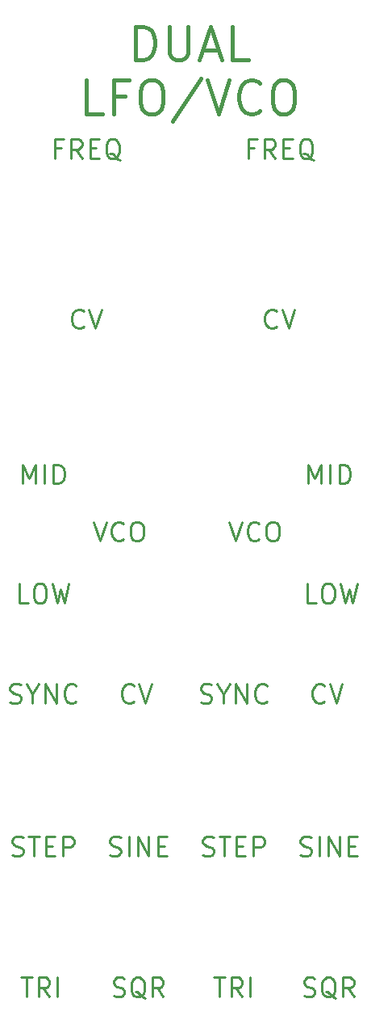
<source format=gbr>
G04 #@! TF.GenerationSoftware,KiCad,Pcbnew,(5.1.5-0)*
G04 #@! TF.CreationDate,2021-01-11T19:00:08-08:00*
G04 #@! TF.ProjectId,duallfovco,6475616c-6c66-46f7-9663-6f2e6b696361,rev?*
G04 #@! TF.SameCoordinates,Original*
G04 #@! TF.FileFunction,Legend,Top*
G04 #@! TF.FilePolarity,Positive*
%FSLAX46Y46*%
G04 Gerber Fmt 4.6, Leading zero omitted, Abs format (unit mm)*
G04 Created by KiCad (PCBNEW (5.1.5-0)) date 2021-01-11 19:00:08*
%MOMM*%
%LPD*%
G04 APERTURE LIST*
%ADD10C,0.250000*%
%ADD11C,0.400000*%
G04 APERTURE END LIST*
D10*
X32380952Y-102809523D02*
X32666666Y-102904761D01*
X33142857Y-102904761D01*
X33333333Y-102809523D01*
X33428571Y-102714285D01*
X33523809Y-102523809D01*
X33523809Y-102333333D01*
X33428571Y-102142857D01*
X33333333Y-102047619D01*
X33142857Y-101952380D01*
X32761904Y-101857142D01*
X32571428Y-101761904D01*
X32476190Y-101666666D01*
X32380952Y-101476190D01*
X32380952Y-101285714D01*
X32476190Y-101095238D01*
X32571428Y-101000000D01*
X32761904Y-100904761D01*
X33238095Y-100904761D01*
X33523809Y-101000000D01*
X35714285Y-103095238D02*
X35523809Y-103000000D01*
X35333333Y-102809523D01*
X35047619Y-102523809D01*
X34857142Y-102428571D01*
X34666666Y-102428571D01*
X34761904Y-102904761D02*
X34571428Y-102809523D01*
X34380952Y-102619047D01*
X34285714Y-102238095D01*
X34285714Y-101571428D01*
X34380952Y-101190476D01*
X34571428Y-101000000D01*
X34761904Y-100904761D01*
X35142857Y-100904761D01*
X35333333Y-101000000D01*
X35523809Y-101190476D01*
X35619047Y-101571428D01*
X35619047Y-102238095D01*
X35523809Y-102619047D01*
X35333333Y-102809523D01*
X35142857Y-102904761D01*
X34761904Y-102904761D01*
X37619047Y-102904761D02*
X36952380Y-101952380D01*
X36476190Y-102904761D02*
X36476190Y-100904761D01*
X37238095Y-100904761D01*
X37428571Y-101000000D01*
X37523809Y-101095238D01*
X37619047Y-101285714D01*
X37619047Y-101571428D01*
X37523809Y-101761904D01*
X37428571Y-101857142D01*
X37238095Y-101952380D01*
X36476190Y-101952380D01*
X12380952Y-102809523D02*
X12666666Y-102904761D01*
X13142857Y-102904761D01*
X13333333Y-102809523D01*
X13428571Y-102714285D01*
X13523809Y-102523809D01*
X13523809Y-102333333D01*
X13428571Y-102142857D01*
X13333333Y-102047619D01*
X13142857Y-101952380D01*
X12761904Y-101857142D01*
X12571428Y-101761904D01*
X12476190Y-101666666D01*
X12380952Y-101476190D01*
X12380952Y-101285714D01*
X12476190Y-101095238D01*
X12571428Y-101000000D01*
X12761904Y-100904761D01*
X13238095Y-100904761D01*
X13523809Y-101000000D01*
X15714285Y-103095238D02*
X15523809Y-103000000D01*
X15333333Y-102809523D01*
X15047619Y-102523809D01*
X14857142Y-102428571D01*
X14666666Y-102428571D01*
X14761904Y-102904761D02*
X14571428Y-102809523D01*
X14380952Y-102619047D01*
X14285714Y-102238095D01*
X14285714Y-101571428D01*
X14380952Y-101190476D01*
X14571428Y-101000000D01*
X14761904Y-100904761D01*
X15142857Y-100904761D01*
X15333333Y-101000000D01*
X15523809Y-101190476D01*
X15619047Y-101571428D01*
X15619047Y-102238095D01*
X15523809Y-102619047D01*
X15333333Y-102809523D01*
X15142857Y-102904761D01*
X14761904Y-102904761D01*
X17619047Y-102904761D02*
X16952380Y-101952380D01*
X16476190Y-102904761D02*
X16476190Y-100904761D01*
X17238095Y-100904761D01*
X17428571Y-101000000D01*
X17523809Y-101095238D01*
X17619047Y-101285714D01*
X17619047Y-101571428D01*
X17523809Y-101761904D01*
X17428571Y-101857142D01*
X17238095Y-101952380D01*
X16476190Y-101952380D01*
X22952380Y-100904761D02*
X24095238Y-100904761D01*
X23523809Y-102904761D02*
X23523809Y-100904761D01*
X25904761Y-102904761D02*
X25238095Y-101952380D01*
X24761904Y-102904761D02*
X24761904Y-100904761D01*
X25523809Y-100904761D01*
X25714285Y-101000000D01*
X25809523Y-101095238D01*
X25904761Y-101285714D01*
X25904761Y-101571428D01*
X25809523Y-101761904D01*
X25714285Y-101857142D01*
X25523809Y-101952380D01*
X24761904Y-101952380D01*
X26761904Y-102904761D02*
X26761904Y-100904761D01*
X2702380Y-100904761D02*
X3845238Y-100904761D01*
X3273809Y-102904761D02*
X3273809Y-100904761D01*
X5654761Y-102904761D02*
X4988095Y-101952380D01*
X4511904Y-102904761D02*
X4511904Y-100904761D01*
X5273809Y-100904761D01*
X5464285Y-101000000D01*
X5559523Y-101095238D01*
X5654761Y-101285714D01*
X5654761Y-101571428D01*
X5559523Y-101761904D01*
X5464285Y-101857142D01*
X5273809Y-101952380D01*
X4511904Y-101952380D01*
X6511904Y-102904761D02*
X6511904Y-100904761D01*
X12000000Y-88059523D02*
X12285714Y-88154761D01*
X12761904Y-88154761D01*
X12952380Y-88059523D01*
X13047619Y-87964285D01*
X13142857Y-87773809D01*
X13142857Y-87583333D01*
X13047619Y-87392857D01*
X12952380Y-87297619D01*
X12761904Y-87202380D01*
X12380952Y-87107142D01*
X12190476Y-87011904D01*
X12095238Y-86916666D01*
X12000000Y-86726190D01*
X12000000Y-86535714D01*
X12095238Y-86345238D01*
X12190476Y-86250000D01*
X12380952Y-86154761D01*
X12857142Y-86154761D01*
X13142857Y-86250000D01*
X14000000Y-88154761D02*
X14000000Y-86154761D01*
X14952380Y-88154761D02*
X14952380Y-86154761D01*
X16095238Y-88154761D01*
X16095238Y-86154761D01*
X17047619Y-87107142D02*
X17714285Y-87107142D01*
X18000000Y-88154761D02*
X17047619Y-88154761D01*
X17047619Y-86154761D01*
X18000000Y-86154761D01*
X32000000Y-88059523D02*
X32285714Y-88154761D01*
X32761904Y-88154761D01*
X32952380Y-88059523D01*
X33047619Y-87964285D01*
X33142857Y-87773809D01*
X33142857Y-87583333D01*
X33047619Y-87392857D01*
X32952380Y-87297619D01*
X32761904Y-87202380D01*
X32380952Y-87107142D01*
X32190476Y-87011904D01*
X32095238Y-86916666D01*
X32000000Y-86726190D01*
X32000000Y-86535714D01*
X32095238Y-86345238D01*
X32190476Y-86250000D01*
X32380952Y-86154761D01*
X32857142Y-86154761D01*
X33142857Y-86250000D01*
X34000000Y-88154761D02*
X34000000Y-86154761D01*
X34952380Y-88154761D02*
X34952380Y-86154761D01*
X36095238Y-88154761D01*
X36095238Y-86154761D01*
X37047619Y-87107142D02*
X37714285Y-87107142D01*
X38000000Y-88154761D02*
X37047619Y-88154761D01*
X37047619Y-86154761D01*
X38000000Y-86154761D01*
X21761904Y-88059523D02*
X22047619Y-88154761D01*
X22523809Y-88154761D01*
X22714285Y-88059523D01*
X22809523Y-87964285D01*
X22904761Y-87773809D01*
X22904761Y-87583333D01*
X22809523Y-87392857D01*
X22714285Y-87297619D01*
X22523809Y-87202380D01*
X22142857Y-87107142D01*
X21952380Y-87011904D01*
X21857142Y-86916666D01*
X21761904Y-86726190D01*
X21761904Y-86535714D01*
X21857142Y-86345238D01*
X21952380Y-86250000D01*
X22142857Y-86154761D01*
X22619047Y-86154761D01*
X22904761Y-86250000D01*
X23476190Y-86154761D02*
X24619047Y-86154761D01*
X24047619Y-88154761D02*
X24047619Y-86154761D01*
X25285714Y-87107142D02*
X25952380Y-87107142D01*
X26238095Y-88154761D02*
X25285714Y-88154761D01*
X25285714Y-86154761D01*
X26238095Y-86154761D01*
X27095238Y-88154761D02*
X27095238Y-86154761D01*
X27857142Y-86154761D01*
X28047619Y-86250000D01*
X28142857Y-86345238D01*
X28238095Y-86535714D01*
X28238095Y-86821428D01*
X28142857Y-87011904D01*
X28047619Y-87107142D01*
X27857142Y-87202380D01*
X27095238Y-87202380D01*
X1761904Y-88059523D02*
X2047619Y-88154761D01*
X2523809Y-88154761D01*
X2714285Y-88059523D01*
X2809523Y-87964285D01*
X2904761Y-87773809D01*
X2904761Y-87583333D01*
X2809523Y-87392857D01*
X2714285Y-87297619D01*
X2523809Y-87202380D01*
X2142857Y-87107142D01*
X1952380Y-87011904D01*
X1857142Y-86916666D01*
X1761904Y-86726190D01*
X1761904Y-86535714D01*
X1857142Y-86345238D01*
X1952380Y-86250000D01*
X2142857Y-86154761D01*
X2619047Y-86154761D01*
X2904761Y-86250000D01*
X3476190Y-86154761D02*
X4619047Y-86154761D01*
X4047619Y-88154761D02*
X4047619Y-86154761D01*
X5285714Y-87107142D02*
X5952380Y-87107142D01*
X6238095Y-88154761D02*
X5285714Y-88154761D01*
X5285714Y-86154761D01*
X6238095Y-86154761D01*
X7095238Y-88154761D02*
X7095238Y-86154761D01*
X7857142Y-86154761D01*
X8047619Y-86250000D01*
X8142857Y-86345238D01*
X8238095Y-86535714D01*
X8238095Y-86821428D01*
X8142857Y-87011904D01*
X8047619Y-87107142D01*
X7857142Y-87202380D01*
X7095238Y-87202380D01*
X1523809Y-72059523D02*
X1809523Y-72154761D01*
X2285714Y-72154761D01*
X2476190Y-72059523D01*
X2571428Y-71964285D01*
X2666666Y-71773809D01*
X2666666Y-71583333D01*
X2571428Y-71392857D01*
X2476190Y-71297619D01*
X2285714Y-71202380D01*
X1904761Y-71107142D01*
X1714285Y-71011904D01*
X1619047Y-70916666D01*
X1523809Y-70726190D01*
X1523809Y-70535714D01*
X1619047Y-70345238D01*
X1714285Y-70250000D01*
X1904761Y-70154761D01*
X2380952Y-70154761D01*
X2666666Y-70250000D01*
X3904761Y-71202380D02*
X3904761Y-72154761D01*
X3238095Y-70154761D02*
X3904761Y-71202380D01*
X4571428Y-70154761D01*
X5238095Y-72154761D02*
X5238095Y-70154761D01*
X6380952Y-72154761D01*
X6380952Y-70154761D01*
X8476190Y-71964285D02*
X8380952Y-72059523D01*
X8095238Y-72154761D01*
X7904761Y-72154761D01*
X7619047Y-72059523D01*
X7428571Y-71869047D01*
X7333333Y-71678571D01*
X7238095Y-71297619D01*
X7238095Y-71011904D01*
X7333333Y-70630952D01*
X7428571Y-70440476D01*
X7619047Y-70250000D01*
X7904761Y-70154761D01*
X8095238Y-70154761D01*
X8380952Y-70250000D01*
X8476190Y-70345238D01*
X21523809Y-72059523D02*
X21809523Y-72154761D01*
X22285714Y-72154761D01*
X22476190Y-72059523D01*
X22571428Y-71964285D01*
X22666666Y-71773809D01*
X22666666Y-71583333D01*
X22571428Y-71392857D01*
X22476190Y-71297619D01*
X22285714Y-71202380D01*
X21904761Y-71107142D01*
X21714285Y-71011904D01*
X21619047Y-70916666D01*
X21523809Y-70726190D01*
X21523809Y-70535714D01*
X21619047Y-70345238D01*
X21714285Y-70250000D01*
X21904761Y-70154761D01*
X22380952Y-70154761D01*
X22666666Y-70250000D01*
X23904761Y-71202380D02*
X23904761Y-72154761D01*
X23238095Y-70154761D02*
X23904761Y-71202380D01*
X24571428Y-70154761D01*
X25238095Y-72154761D02*
X25238095Y-70154761D01*
X26380952Y-72154761D01*
X26380952Y-70154761D01*
X28476190Y-71964285D02*
X28380952Y-72059523D01*
X28095238Y-72154761D01*
X27904761Y-72154761D01*
X27619047Y-72059523D01*
X27428571Y-71869047D01*
X27333333Y-71678571D01*
X27238095Y-71297619D01*
X27238095Y-71011904D01*
X27333333Y-70630952D01*
X27428571Y-70440476D01*
X27619047Y-70250000D01*
X27904761Y-70154761D01*
X28095238Y-70154761D01*
X28380952Y-70250000D01*
X28476190Y-70345238D01*
X24535714Y-53154761D02*
X25202380Y-55154761D01*
X25869047Y-53154761D01*
X27678571Y-54964285D02*
X27583333Y-55059523D01*
X27297619Y-55154761D01*
X27107142Y-55154761D01*
X26821428Y-55059523D01*
X26630952Y-54869047D01*
X26535714Y-54678571D01*
X26440476Y-54297619D01*
X26440476Y-54011904D01*
X26535714Y-53630952D01*
X26630952Y-53440476D01*
X26821428Y-53250000D01*
X27107142Y-53154761D01*
X27297619Y-53154761D01*
X27583333Y-53250000D01*
X27678571Y-53345238D01*
X28916666Y-53154761D02*
X29297619Y-53154761D01*
X29488095Y-53250000D01*
X29678571Y-53440476D01*
X29773809Y-53821428D01*
X29773809Y-54488095D01*
X29678571Y-54869047D01*
X29488095Y-55059523D01*
X29297619Y-55154761D01*
X28916666Y-55154761D01*
X28726190Y-55059523D01*
X28535714Y-54869047D01*
X28440476Y-54488095D01*
X28440476Y-53821428D01*
X28535714Y-53440476D01*
X28726190Y-53250000D01*
X28916666Y-53154761D01*
X10285714Y-53154761D02*
X10952380Y-55154761D01*
X11619047Y-53154761D01*
X13428571Y-54964285D02*
X13333333Y-55059523D01*
X13047619Y-55154761D01*
X12857142Y-55154761D01*
X12571428Y-55059523D01*
X12380952Y-54869047D01*
X12285714Y-54678571D01*
X12190476Y-54297619D01*
X12190476Y-54011904D01*
X12285714Y-53630952D01*
X12380952Y-53440476D01*
X12571428Y-53250000D01*
X12857142Y-53154761D01*
X13047619Y-53154761D01*
X13333333Y-53250000D01*
X13428571Y-53345238D01*
X14666666Y-53154761D02*
X15047619Y-53154761D01*
X15238095Y-53250000D01*
X15428571Y-53440476D01*
X15523809Y-53821428D01*
X15523809Y-54488095D01*
X15428571Y-54869047D01*
X15238095Y-55059523D01*
X15047619Y-55154761D01*
X14666666Y-55154761D01*
X14476190Y-55059523D01*
X14285714Y-54869047D01*
X14190476Y-54488095D01*
X14190476Y-53821428D01*
X14285714Y-53440476D01*
X14476190Y-53250000D01*
X14666666Y-53154761D01*
X3428571Y-61654761D02*
X2476190Y-61654761D01*
X2476190Y-59654761D01*
X4476190Y-59654761D02*
X4857142Y-59654761D01*
X5047619Y-59750000D01*
X5238095Y-59940476D01*
X5333333Y-60321428D01*
X5333333Y-60988095D01*
X5238095Y-61369047D01*
X5047619Y-61559523D01*
X4857142Y-61654761D01*
X4476190Y-61654761D01*
X4285714Y-61559523D01*
X4095238Y-61369047D01*
X4000000Y-60988095D01*
X4000000Y-60321428D01*
X4095238Y-59940476D01*
X4285714Y-59750000D01*
X4476190Y-59654761D01*
X6000000Y-59654761D02*
X6476190Y-61654761D01*
X6857142Y-60226190D01*
X7238095Y-61654761D01*
X7714285Y-59654761D01*
X33678571Y-61654761D02*
X32726190Y-61654761D01*
X32726190Y-59654761D01*
X34726190Y-59654761D02*
X35107142Y-59654761D01*
X35297619Y-59750000D01*
X35488095Y-59940476D01*
X35583333Y-60321428D01*
X35583333Y-60988095D01*
X35488095Y-61369047D01*
X35297619Y-61559523D01*
X35107142Y-61654761D01*
X34726190Y-61654761D01*
X34535714Y-61559523D01*
X34345238Y-61369047D01*
X34250000Y-60988095D01*
X34250000Y-60321428D01*
X34345238Y-59940476D01*
X34535714Y-59750000D01*
X34726190Y-59654761D01*
X36250000Y-59654761D02*
X36726190Y-61654761D01*
X37107142Y-60226190D01*
X37488095Y-61654761D01*
X37964285Y-59654761D01*
X34511904Y-71964285D02*
X34416666Y-72059523D01*
X34130952Y-72154761D01*
X33940476Y-72154761D01*
X33654761Y-72059523D01*
X33464285Y-71869047D01*
X33369047Y-71678571D01*
X33273809Y-71297619D01*
X33273809Y-71011904D01*
X33369047Y-70630952D01*
X33464285Y-70440476D01*
X33654761Y-70250000D01*
X33940476Y-70154761D01*
X34130952Y-70154761D01*
X34416666Y-70250000D01*
X34511904Y-70345238D01*
X35083333Y-70154761D02*
X35750000Y-72154761D01*
X36416666Y-70154761D01*
X14511904Y-71964285D02*
X14416666Y-72059523D01*
X14130952Y-72154761D01*
X13940476Y-72154761D01*
X13654761Y-72059523D01*
X13464285Y-71869047D01*
X13369047Y-71678571D01*
X13273809Y-71297619D01*
X13273809Y-71011904D01*
X13369047Y-70630952D01*
X13464285Y-70440476D01*
X13654761Y-70250000D01*
X13940476Y-70154761D01*
X14130952Y-70154761D01*
X14416666Y-70250000D01*
X14511904Y-70345238D01*
X15083333Y-70154761D02*
X15750000Y-72154761D01*
X16416666Y-70154761D01*
X2857142Y-49154761D02*
X2857142Y-47154761D01*
X3523809Y-48583333D01*
X4190476Y-47154761D01*
X4190476Y-49154761D01*
X5142857Y-49154761D02*
X5142857Y-47154761D01*
X6095238Y-49154761D02*
X6095238Y-47154761D01*
X6571428Y-47154761D01*
X6857142Y-47250000D01*
X7047619Y-47440476D01*
X7142857Y-47630952D01*
X7238095Y-48011904D01*
X7238095Y-48297619D01*
X7142857Y-48678571D01*
X7047619Y-48869047D01*
X6857142Y-49059523D01*
X6571428Y-49154761D01*
X6095238Y-49154761D01*
X32857142Y-49154761D02*
X32857142Y-47154761D01*
X33523809Y-48583333D01*
X34190476Y-47154761D01*
X34190476Y-49154761D01*
X35142857Y-49154761D02*
X35142857Y-47154761D01*
X36095238Y-49154761D02*
X36095238Y-47154761D01*
X36571428Y-47154761D01*
X36857142Y-47250000D01*
X37047619Y-47440476D01*
X37142857Y-47630952D01*
X37238095Y-48011904D01*
X37238095Y-48297619D01*
X37142857Y-48678571D01*
X37047619Y-48869047D01*
X36857142Y-49059523D01*
X36571428Y-49154761D01*
X36095238Y-49154761D01*
X29511904Y-32714285D02*
X29416666Y-32809523D01*
X29130952Y-32904761D01*
X28940476Y-32904761D01*
X28654761Y-32809523D01*
X28464285Y-32619047D01*
X28369047Y-32428571D01*
X28273809Y-32047619D01*
X28273809Y-31761904D01*
X28369047Y-31380952D01*
X28464285Y-31190476D01*
X28654761Y-31000000D01*
X28940476Y-30904761D01*
X29130952Y-30904761D01*
X29416666Y-31000000D01*
X29511904Y-31095238D01*
X30083333Y-30904761D02*
X30750000Y-32904761D01*
X31416666Y-30904761D01*
X27183333Y-14032142D02*
X26516666Y-14032142D01*
X26516666Y-15079761D02*
X26516666Y-13079761D01*
X27469047Y-13079761D01*
X29373809Y-15079761D02*
X28707142Y-14127380D01*
X28230952Y-15079761D02*
X28230952Y-13079761D01*
X28992857Y-13079761D01*
X29183333Y-13175000D01*
X29278571Y-13270238D01*
X29373809Y-13460714D01*
X29373809Y-13746428D01*
X29278571Y-13936904D01*
X29183333Y-14032142D01*
X28992857Y-14127380D01*
X28230952Y-14127380D01*
X30230952Y-14032142D02*
X30897619Y-14032142D01*
X31183333Y-15079761D02*
X30230952Y-15079761D01*
X30230952Y-13079761D01*
X31183333Y-13079761D01*
X33373809Y-15270238D02*
X33183333Y-15175000D01*
X32992857Y-14984523D01*
X32707142Y-14698809D01*
X32516666Y-14603571D01*
X32326190Y-14603571D01*
X32421428Y-15079761D02*
X32230952Y-14984523D01*
X32040476Y-14794047D01*
X31945238Y-14413095D01*
X31945238Y-13746428D01*
X32040476Y-13365476D01*
X32230952Y-13175000D01*
X32421428Y-13079761D01*
X32802380Y-13079761D01*
X32992857Y-13175000D01*
X33183333Y-13365476D01*
X33278571Y-13746428D01*
X33278571Y-14413095D01*
X33183333Y-14794047D01*
X32992857Y-14984523D01*
X32802380Y-15079761D01*
X32421428Y-15079761D01*
X6883333Y-14032142D02*
X6216666Y-14032142D01*
X6216666Y-15079761D02*
X6216666Y-13079761D01*
X7169047Y-13079761D01*
X9073809Y-15079761D02*
X8407142Y-14127380D01*
X7930952Y-15079761D02*
X7930952Y-13079761D01*
X8692857Y-13079761D01*
X8883333Y-13175000D01*
X8978571Y-13270238D01*
X9073809Y-13460714D01*
X9073809Y-13746428D01*
X8978571Y-13936904D01*
X8883333Y-14032142D01*
X8692857Y-14127380D01*
X7930952Y-14127380D01*
X9930952Y-14032142D02*
X10597619Y-14032142D01*
X10883333Y-15079761D02*
X9930952Y-15079761D01*
X9930952Y-13079761D01*
X10883333Y-13079761D01*
X13073809Y-15270238D02*
X12883333Y-15175000D01*
X12692857Y-14984523D01*
X12407142Y-14698809D01*
X12216666Y-14603571D01*
X12026190Y-14603571D01*
X12121428Y-15079761D02*
X11930952Y-14984523D01*
X11740476Y-14794047D01*
X11645238Y-14413095D01*
X11645238Y-13746428D01*
X11740476Y-13365476D01*
X11930952Y-13175000D01*
X12121428Y-13079761D01*
X12502380Y-13079761D01*
X12692857Y-13175000D01*
X12883333Y-13365476D01*
X12978571Y-13746428D01*
X12978571Y-14413095D01*
X12883333Y-14794047D01*
X12692857Y-14984523D01*
X12502380Y-15079761D01*
X12121428Y-15079761D01*
D11*
X14733333Y-4758333D02*
X14733333Y-1258333D01*
X15566666Y-1258333D01*
X16066666Y-1425000D01*
X16400000Y-1758333D01*
X16566666Y-2091666D01*
X16733333Y-2758333D01*
X16733333Y-3258333D01*
X16566666Y-3925000D01*
X16400000Y-4258333D01*
X16066666Y-4591666D01*
X15566666Y-4758333D01*
X14733333Y-4758333D01*
X18233333Y-1258333D02*
X18233333Y-4091666D01*
X18400000Y-4425000D01*
X18566666Y-4591666D01*
X18900000Y-4758333D01*
X19566666Y-4758333D01*
X19900000Y-4591666D01*
X20066666Y-4425000D01*
X20233333Y-4091666D01*
X20233333Y-1258333D01*
X21733333Y-3758333D02*
X23400000Y-3758333D01*
X21400000Y-4758333D02*
X22566666Y-1258333D01*
X23733333Y-4758333D01*
X26566666Y-4758333D02*
X24900000Y-4758333D01*
X24900000Y-1258333D01*
X11233333Y-10408333D02*
X9566666Y-10408333D01*
X9566666Y-6908333D01*
X13566666Y-8575000D02*
X12400000Y-8575000D01*
X12400000Y-10408333D02*
X12400000Y-6908333D01*
X14066666Y-6908333D01*
X16066666Y-6908333D02*
X16733333Y-6908333D01*
X17066666Y-7075000D01*
X17400000Y-7408333D01*
X17566666Y-8075000D01*
X17566666Y-9241666D01*
X17400000Y-9908333D01*
X17066666Y-10241666D01*
X16733333Y-10408333D01*
X16066666Y-10408333D01*
X15733333Y-10241666D01*
X15400000Y-9908333D01*
X15233333Y-9241666D01*
X15233333Y-8075000D01*
X15400000Y-7408333D01*
X15733333Y-7075000D01*
X16066666Y-6908333D01*
X21566666Y-6741666D02*
X18566666Y-11241666D01*
X22233333Y-6908333D02*
X23400000Y-10408333D01*
X24566666Y-6908333D01*
X27733333Y-10075000D02*
X27566666Y-10241666D01*
X27066666Y-10408333D01*
X26733333Y-10408333D01*
X26233333Y-10241666D01*
X25900000Y-9908333D01*
X25733333Y-9575000D01*
X25566666Y-8908333D01*
X25566666Y-8408333D01*
X25733333Y-7741666D01*
X25900000Y-7408333D01*
X26233333Y-7075000D01*
X26733333Y-6908333D01*
X27066666Y-6908333D01*
X27566666Y-7075000D01*
X27733333Y-7241666D01*
X29900000Y-6908333D02*
X30566666Y-6908333D01*
X30900000Y-7075000D01*
X31233333Y-7408333D01*
X31400000Y-8075000D01*
X31400000Y-9241666D01*
X31233333Y-9908333D01*
X30900000Y-10241666D01*
X30566666Y-10408333D01*
X29900000Y-10408333D01*
X29566666Y-10241666D01*
X29233333Y-9908333D01*
X29066666Y-9241666D01*
X29066666Y-8075000D01*
X29233333Y-7408333D01*
X29566666Y-7075000D01*
X29900000Y-6908333D01*
D10*
X9261904Y-32714285D02*
X9166666Y-32809523D01*
X8880952Y-32904761D01*
X8690476Y-32904761D01*
X8404761Y-32809523D01*
X8214285Y-32619047D01*
X8119047Y-32428571D01*
X8023809Y-32047619D01*
X8023809Y-31761904D01*
X8119047Y-31380952D01*
X8214285Y-31190476D01*
X8404761Y-31000000D01*
X8690476Y-30904761D01*
X8880952Y-30904761D01*
X9166666Y-31000000D01*
X9261904Y-31095238D01*
X9833333Y-30904761D02*
X10500000Y-32904761D01*
X11166666Y-30904761D01*
M02*

</source>
